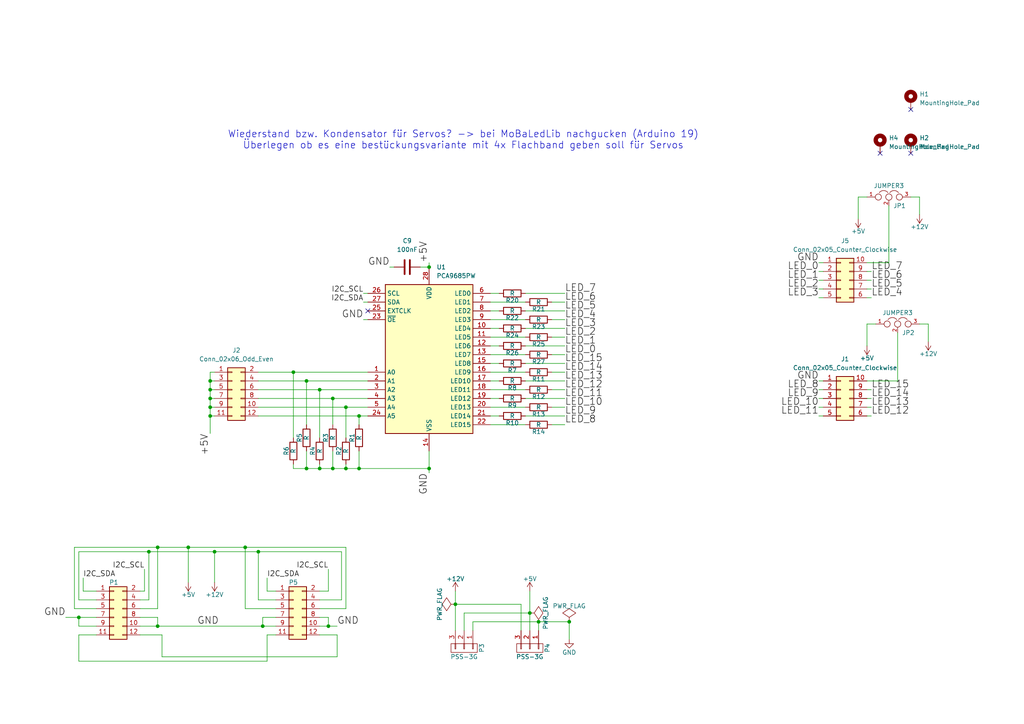
<source format=kicad_sch>
(kicad_sch (version 20250114) (generator "eeschema") (generator_version "9.0")
  (paper "A4")
  (title_block (title "µProzessor-ATMEGA8") (date "2019-03-04") (rev "1") (comment 2 "MoBaSbS-004") (comment 3 "µProzessor Board-ATMEGA8") (comment 4 "MoBaSbS"))
  (lib_symbols
    (symbol "Connector_Generic:Conn_02x05_Counter_Clockwise" (pin_names (offset 1.016) (hide yes))
      (property "Reference" "J" (at 1.27 7.62 0))
      (property "Value" "Conn_02x05_Counter_Clockwise" (at 1.27 -7.62 0))
      (symbol "Conn_02x05_Counter_Clockwise_1_1"
        (rectangle (start -1.27 6.35) (end 3.81 -6.35) (stroke (width 0.254)) (fill (type background)))
        (rectangle (start -1.27 5.207) (end 0 4.953) (stroke (width 0.1524)))
        (rectangle (start -1.27 2.667) (end 0 2.413) (stroke (width 0.1524)))
        (rectangle (start -1.27 0.127) (end 0 -0.127) (stroke (width 0.1524)))
        (rectangle (start -1.27 -2.413) (end 0 -2.667) (stroke (width 0.1524)))
        (rectangle (start -1.27 -4.953) (end 0 -5.207) (stroke (width 0.1524)))
        (rectangle (start 3.81 5.207) (end 2.54 4.953) (stroke (width 0.1524)))
        (rectangle (start 3.81 2.667) (end 2.54 2.413) (stroke (width 0.1524)))
        (rectangle (start 3.81 0.127) (end 2.54 -0.127) (stroke (width 0.1524)))
        (rectangle (start 3.81 -2.413) (end 2.54 -2.667) (stroke (width 0.1524)))
        (rectangle (start 3.81 -4.953) (end 2.54 -5.207) (stroke (width 0.1524)))
        (pin passive line (at -5.08 5.08 0) (length 3.81) (name "Pin_1") (number "1"))
        (pin passive line (at -5.08 2.54 0) (length 3.81) (name "Pin_2") (number "2"))
        (pin passive line (at -5.08 0 0) (length 3.81) (name "Pin_3") (number "3"))
        (pin passive line (at -5.08 -2.54 0) (length 3.81) (name "Pin_4") (number "4"))
        (pin passive line (at -5.08 -5.08 0) (length 3.81) (name "Pin_5") (number "5"))
        (pin passive line (at 7.62 5.08 180) (length 3.81) (name "Pin_10") (number "10"))
        (pin passive line (at 7.62 2.54 180) (length 3.81) (name "Pin_9") (number "9"))
        (pin passive line (at 7.62 0 180) (length 3.81) (name "Pin_8") (number "8"))
        (pin passive line (at 7.62 -2.54 180) (length 3.81) (name "Pin_7") (number "7"))
        (pin passive line (at 7.62 -5.08 180) (length 3.81) (name "Pin_6") (number "6"))
      )
    )
    (symbol "Connector_Generic:Conn_02x06_Odd_Even" (pin_names (offset 1.016) (hide yes))
      (property "Reference" "J" (at 1.27 7.62 0))
      (property "Value" "Conn_02x06_Odd_Even" (at 1.27 -10.16 0))
      (symbol "Conn_02x06_Odd_Even_1_1"
        (rectangle (start -1.27 6.35) (end 3.81 -8.89) (stroke (width 0.254)) (fill (type background)))
        (rectangle (start -1.27 5.207) (end 0 4.953) (stroke (width 0.1524)))
        (rectangle (start -1.27 2.667) (end 0 2.413) (stroke (width 0.1524)))
        (rectangle (start -1.27 0.127) (end 0 -0.127) (stroke (width 0.1524)))
        (rectangle (start -1.27 -2.413) (end 0 -2.667) (stroke (width 0.1524)))
        (rectangle (start -1.27 -4.953) (end 0 -5.207) (stroke (width 0.1524)))
        (rectangle (start -1.27 -7.493) (end 0 -7.747) (stroke (width 0.1524)))
        (rectangle (start 3.81 5.207) (end 2.54 4.953) (stroke (width 0.1524)))
        (rectangle (start 3.81 2.667) (end 2.54 2.413) (stroke (width 0.1524)))
        (rectangle (start 3.81 0.127) (end 2.54 -0.127) (stroke (width 0.1524)))
        (rectangle (start 3.81 -2.413) (end 2.54 -2.667) (stroke (width 0.1524)))
        (rectangle (start 3.81 -4.953) (end 2.54 -5.207) (stroke (width 0.1524)))
        (rectangle (start 3.81 -7.493) (end 2.54 -7.747) (stroke (width 0.1524)))
        (pin passive line (at -5.08 5.08 0) (length 3.81) (name "Pin_1") (number "1"))
        (pin passive line (at -5.08 2.54 0) (length 3.81) (name "Pin_3") (number "3"))
        (pin passive line (at -5.08 0 0) (length 3.81) (name "Pin_5") (number "5"))
        (pin passive line (at -5.08 -2.54 0) (length 3.81) (name "Pin_7") (number "7"))
        (pin passive line (at -5.08 -5.08 0) (length 3.81) (name "Pin_9") (number "9"))
        (pin passive line (at -5.08 -7.62 0) (length 3.81) (name "Pin_11") (number "11"))
        (pin passive line (at 7.62 5.08 180) (length 3.81) (name "Pin_2") (number "2"))
        (pin passive line (at 7.62 2.54 180) (length 3.81) (name "Pin_4") (number "4"))
        (pin passive line (at 7.62 0 180) (length 3.81) (name "Pin_6") (number "6"))
        (pin passive line (at 7.62 -2.54 180) (length 3.81) (name "Pin_8") (number "8"))
        (pin passive line (at 7.62 -5.08 180) (length 3.81) (name "Pin_10") (number "10"))
        (pin passive line (at 7.62 -7.62 180) (length 3.81) (name "Pin_12") (number "12"))
      )
    )
    (symbol "Device:C" (pin_numbers (hide yes)) (pin_names (offset 0.254))
      (property "Reference" "C" (at 0.635 2.54 0))
      (property "Value" "C" (at 0.635 -2.54 0))
      (symbol "C_0_1"
        (polyline (pts (xy -2.032 0.762) (xy 2.032 0.762)) (stroke (width 0.508)))
        (polyline (pts (xy -2.032 -0.762) (xy 2.032 -0.762)) (stroke (width 0.508)))
      )
      (symbol "C_1_1"
        (pin passive line (at 0 3.81 270) (length 2.794) (name "~") (number "1"))
        (pin passive line (at 0 -3.81 90) (length 2.794) (name "~") (number "2"))
      )
    )
    (symbol "Driver_LED:PCA9685PW"
      (property "Reference" "U" (at -12.7 22.225 0))
      (property "Value" "PCA9685PW" (at 1.27 22.225 0))
      (symbol "PCA9685PW_0_1"
        (rectangle (start -12.7 20.32) (end 12.7 -22.86) (stroke (width 0.254)) (fill (type background)))
      )
      (symbol "PCA9685PW_1_1"
        (pin input line (at -17.78 17.78 0) (length 5.08) (name "SCL") (number "26"))
        (pin bidirectional line (at -17.78 15.24 0) (length 5.08) (name "SDA") (number "27"))
        (pin input line (at -17.78 12.7 0) (length 5.08) (name "EXTCLK") (number "25"))
        (pin input line (at -17.78 10.16 0) (length 5.08) (name "~{OE}") (number "23"))
        (pin input line (at -17.78 -5.08 0) (length 5.08) (name "A0") (number "1"))
        (pin input line (at -17.78 -7.62 0) (length 5.08) (name "A1") (number "2"))
        (pin input line (at -17.78 -10.16 0) (length 5.08) (name "A2") (number "3"))
        (pin input line (at -17.78 -12.7 0) (length 5.08) (name "A3") (number "4"))
        (pin input line (at -17.78 -15.24 0) (length 5.08) (name "A4") (number "5"))
        (pin input line (at -17.78 -17.78 0) (length 5.08) (name "A5") (number "24"))
        (pin power_in line (at 0 25.4 270) (length 5.08) (name "VDD") (number "28"))
        (pin power_in line (at 0 -27.94 90) (length 5.08) (name "VSS") (number "14"))
        (pin output line (at 17.78 17.78 180) (length 5.08) (name "LED0") (number "6"))
        (pin output line (at 17.78 15.24 180) (length 5.08) (name "LED1") (number "7"))
        (pin output line (at 17.78 12.7 180) (length 5.08) (name "LED2") (number "8"))
        (pin output line (at 17.78 10.16 180) (length 5.08) (name "LED3") (number "9"))
        (pin output line (at 17.78 7.62 180) (length 5.08) (name "LED4") (number "10"))
        (pin output line (at 17.78 5.08 180) (length 5.08) (name "LED5") (number "11"))
        (pin output line (at 17.78 2.54 180) (length 5.08) (name "LED6") (number "12"))
        (pin output line (at 17.78 0 180) (length 5.08) (name "LED7") (number "13"))
        (pin output line (at 17.78 -2.54 180) (length 5.08) (name "LED8") (number "15"))
        (pin output line (at 17.78 -5.08 180) (length 5.08) (name "LED9") (number "16"))
        (pin output line (at 17.78 -7.62 180) (length 5.08) (name "LED10") (number "17"))
        (pin output line (at 17.78 -10.16 180) (length 5.08) (name "LED11") (number "18"))
        (pin output line (at 17.78 -12.7 180) (length 5.08) (name "LED12") (number "19"))
        (pin output line (at 17.78 -15.24 180) (length 5.08) (name "LED13") (number "20"))
        (pin output line (at 17.78 -17.78 180) (length 5.08) (name "LED14") (number "21"))
        (pin output line (at 17.78 -20.32 180) (length 5.08) (name "LED15") (number "22"))
      )
    )
    (symbol "Mechanical:MountingHole_Pad" (pin_numbers (hide yes)) (pin_names (offset 1.016) (hide yes))
      (property "Reference" "H" (at 0 6.35 0))
      (property "Value" "MountingHole_Pad" (at 0 4.445 0))
      (symbol "MountingHole_Pad_0_1"
        (circle (center 0 1.27) (radius 1.27) (stroke (width 1.27)))
      )
      (symbol "MountingHole_Pad_1_1"
        (pin input line (at 0 -2.54 90) (length 2.54) (name "1") (number "1"))
      )
    )
    (symbol "MoBaSbS-004-1-AtMega8-rescue:+12V" (power) (pin_names (offset 0))
      (property "Value" "+12V" (at 0 3.556 0))
      (symbol "+12V_0_1"
        (polyline (pts (xy -0.762 1.27) (xy 0 2.54)))
        (polyline (pts (xy 0 2.54) (xy 0.762 1.27)))
        (polyline (pts (xy 0 0) (xy 0 2.54)))
      )
      (symbol "+12V_1_1"
        (pin power_in line (at 0 0 90) (length 0) (hide yes) (name "+12V") (number "1"))
      )
    )
    (symbol "MoBaSbS-004-1-AtMega8-rescue:+5V" (power) (pin_names (offset 0))
      (property "Value" "+5V" (at 0 3.556 0))
      (symbol "+5V_0_1"
        (polyline (pts (xy -0.762 1.27) (xy 0 2.54)))
        (polyline (pts (xy 0 2.54) (xy 0.762 1.27)))
        (polyline (pts (xy 0 0) (xy 0 2.54)))
      )
      (symbol "+5V_1_1"
        (pin power_in line (at 0 0 90) (length 0) (hide yes) (name "+5V") (number "1"))
      )
    )
    (symbol "MoBaSbS-004-1-AtMega8-rescue:CONN_01X03" (pin_names (offset 1.016) (hide yes))
      (property "Reference" "P" (at 0 5.08 0))
      (property "Value" "CONN_01X03" (at 2.54 0 90))
      (symbol "CONN_01X03_0_1"
        (rectangle (start -1.27 3.81) (end 1.27 -3.81))
        (rectangle (start -1.27 2.667) (end 0.254 2.413))
        (rectangle (start -1.27 0.127) (end 0.254 -0.127))
        (rectangle (start -1.27 -2.413) (end 0.254 -2.667))
      )
      (symbol "CONN_01X03_1_1"
        (pin passive line (at -5.08 2.54 0) (length 3.81) (name "P1") (number "1"))
        (pin passive line (at -5.08 0 0) (length 3.81) (name "P2") (number "2"))
        (pin passive line (at -5.08 -2.54 0) (length 3.81) (name "P3") (number "3"))
      )
    )
    (symbol "MoBaSbS-004-1-AtMega8-rescue:GND" (power) (pin_names (offset 0))
      (property "Value" "GND" (at 0 -3.81 0))
      (symbol "GND_0_1"
        (polyline (pts (xy 0 0) (xy 0 -1.27) (xy 1.27 -1.27) (xy 0 -2.54) (xy -1.27 -1.27) (xy 0 -1.27)))
      )
      (symbol "GND_1_1"
        (pin power_in line (at 0 0 270) (length 0) (hide yes) (name "GND") (number "1"))
      )
    )
    (symbol "MoBaSbS-004-1-AtMega8-rescue:JUMPER3" (pin_names (offset 0.762) (hide yes))
      (property "Reference" "JP" (at 1.27 -2.54 0))
      (property "Value" "JUMPER3" (at 0 2.54 0))
      (symbol "JUMPER3_0_1"
        (circle (center -3.048 0) (radius 0.889))
        (arc (start -2.794 1.27) (mid -1.524 1.8804) (end -0.254 1.27))
        (circle (center 0 0) (radius 0.9144))
        (arc (start 0.254 1.27) (mid 1.524 1.8804) (end 2.794 1.27))
        (circle (center 3.048 0) (radius 0.889))
        (pin passive line (at -6.35 0 0) (length 2.413) (name "1") (number "1"))
        (pin passive line (at 0 -2.54 90) (length 1.524) (name "2") (number "2"))
        (pin passive line (at 6.35 0 180) (length 2.413) (name "3") (number "3"))
      )
    )
    (symbol "MoBaSbS-004-1-AtMega8-rescue:PWR_FLAG" (power) (pin_numbers (hide yes)) (pin_names (offset 0) (hide yes))
      (property "Value" "PWR_FLAG" (at 0 4.572 0))
      (symbol "PWR_FLAG_0_0"
        (pin power_out line (at 0 0 90) (length 0) (name "pwr") (number "1"))
      )
      (symbol "PWR_FLAG_0_1"
        (polyline (pts (xy 0 0) (xy 0 1.27) (xy -1.905 2.54) (xy 0 3.81) (xy 1.905 2.54) (xy 0 1.27)))
      )
    )
    (symbol "MoBaSbS-004-1-AtMega8-rescue:R" (pin_numbers (hide yes)) (pin_names (offset 0))
      (property "Reference" "R" (at 2.032 0 90))
      (property "Value" "R" (at 0 0 90))
      (symbol "R_0_1"
        (rectangle (start -1.016 -2.54) (end 1.016 2.54) (stroke (width 0.254)))
      )
      (symbol "R_1_1"
        (pin passive line (at 0 3.81 270) (length 1.27) (name "~") (number "1"))
        (pin passive line (at 0 -3.81 90) (length 1.27) (name "~") (number "2"))
      )
    )
  )
  (text "Wiederstand bzw. Kondensator für Servos? -> bei MoBaLedLib nachgucken (Arduino 19)\nÜberlegen ob es eine bestückungsvariante mit 4x Flachband geben soll für Servos" (at 134.366 40.64 0) (effects (font (size 2.0066 2.0066))))
  (junction (at 92.71 113.03))
  (junction (at 100.33 135.89))
  (junction (at 22.86 179.07))
  (junction (at 85.09 107.95))
  (junction (at 60.96 115.57))
  (junction (at 88.9 135.89))
  (junction (at 60.96 118.11))
  (junction (at 124.46 135.89))
  (junction (at 74.93 160.02))
  (junction (at 76.2 181.61))
  (junction (at 153.67 177.8))
  (junction (at 96.52 115.57))
  (junction (at 45.72 158.75))
  (junction (at 95.25 181.61))
  (junction (at 104.14 135.89))
  (junction (at 43.18 160.02))
  (junction (at 104.14 120.65))
  (junction (at 62.23 160.02))
  (junction (at 45.72 181.61))
  (junction (at 100.33 118.11))
  (junction (at 60.96 113.03))
  (junction (at 156.21 180.34))
  (junction (at 60.96 120.65))
  (junction (at 60.96 110.49))
  (junction (at 132.08 175.26))
  (junction (at 96.52 135.89))
  (junction (at 165.1 180.34))
  (junction (at 71.12 158.75))
  (junction (at 92.71 135.89))
  (junction (at 88.9 110.49))
  (junction (at 124.46 77.47))
  (junction (at 54.61 158.75))
  (no_connect (at 255.27 44.45))
  (no_connect (at 264.16 44.45))
  (no_connect (at 106.68 90.17))
  (no_connect (at 264.16 31.75))
  (wire (pts (xy 142.24 95.25) (xy 144.78 95.25)))
  (wire (pts (xy 142.24 107.95) (xy 152.4 107.95)))
  (wire (pts (xy 45.72 158.75) (xy 21.59 158.75)))
  (wire (pts (xy 160.02 102.87) (xy 163.83 102.87)))
  (wire (pts (xy 237.49 76.2) (xy 238.76 76.2)))
  (wire (pts (xy 22.86 179.07) (xy 27.94 179.07)))
  (wire (pts (xy 269.24 93.98) (xy 269.24 99.06)))
  (wire (pts (xy 251.46 115.57) (xy 252.73 115.57)))
  (wire (pts (xy 46.99 184.15) (xy 46.99 190.5)))
  (wire (pts (xy 92.71 184.15) (xy 97.79 184.15)))
  (wire (pts (xy 97.79 184.15) (xy 97.79 190.5)))
  (wire (pts (xy 88.9 110.49) (xy 88.9 123.19)))
  (wire (pts (xy 24.13 167.64) (xy 24.13 171.45)))
  (wire (pts (xy 160.02 97.79) (xy 163.83 97.79)))
  (wire (pts (xy 41.91 171.45) (xy 41.91 165.1)))
  (wire (pts (xy 100.33 135.89) (xy 104.14 135.89)))
  (wire (pts (xy 238.76 81.28) (xy 237.49 81.28)))
  (wire (pts (xy 74.93 110.49) (xy 88.9 110.49)))
  (wire (pts (xy 74.93 113.03) (xy 92.71 113.03)))
  (wire (pts (xy 160.02 113.03) (xy 163.83 113.03)))
  (wire (pts (xy 160.02 107.95) (xy 163.83 107.95)))
  (wire (pts (xy 80.01 176.53) (xy 71.12 176.53)))
  (wire (pts (xy 85.09 107.95) (xy 85.09 127)))
  (wire (pts (xy 251.46 83.82) (xy 252.73 83.82)))
  (wire (pts (xy 22.86 191.77) (xy 77.47 191.77)))
  (wire (pts (xy 132.08 175.26) (xy 132.08 182.88)))
  (wire (pts (xy 96.52 115.57) (xy 96.52 123.19)))
  (wire (pts (xy 71.12 158.75) (xy 100.33 158.75)))
  (wire (pts (xy 264.16 57.15) (xy 266.7 57.15)))
  (wire (pts (xy 160.02 87.63) (xy 163.83 87.63)))
  (wire (pts (xy 106.68 115.57) (xy 96.52 115.57)))
  (wire (pts (xy 60.96 110.49) (xy 60.96 107.95)))
  (wire (pts (xy 60.96 118.11) (xy 62.23 118.11)))
  (wire (pts (xy 40.64 181.61) (xy 45.72 181.61)))
  (wire (pts (xy 251.46 113.03) (xy 252.73 113.03)))
  (wire (pts (xy 60.96 125.73) (xy 60.96 120.65)))
  (wire (pts (xy 92.71 179.07) (xy 95.25 179.07)))
  (wire (pts (xy 40.64 171.45) (xy 41.91 171.45)))
  (wire (pts (xy 62.23 160.02) (xy 62.23 168.91)))
  (wire (pts (xy 251.46 118.11) (xy 252.73 118.11)))
  (wire (pts (xy 153.67 171.45) (xy 153.67 177.8)))
  (wire (pts (xy 92.71 134.62) (xy 92.71 135.89)))
  (wire (pts (xy 104.14 135.89) (xy 124.46 135.89)))
  (wire (pts (xy 54.61 158.75) (xy 45.72 158.75)))
  (wire (pts (xy 92.71 113.03) (xy 92.71 127)))
  (wire (pts (xy 105.41 92.71) (xy 106.68 92.71)))
  (wire (pts (xy 104.14 120.65) (xy 104.14 123.19)))
  (wire (pts (xy 137.16 180.34) (xy 156.21 180.34)))
  (wire (pts (xy 151.13 182.88) (xy 151.13 175.26)))
  (wire (pts (xy 251.46 86.36) (xy 252.73 86.36)))
  (wire (pts (xy 43.18 160.02) (xy 62.23 160.02)))
  (wire (pts (xy 45.72 181.61) (xy 76.2 181.61)))
  (wire (pts (xy 251.46 78.74) (xy 252.73 78.74)))
  (wire (pts (xy 95.25 165.1) (xy 95.25 171.45)))
  (wire (pts (xy 60.96 110.49) (xy 62.23 110.49)))
  (wire (pts (xy 160.02 118.11) (xy 163.83 118.11)))
  (wire (pts (xy 100.33 134.62) (xy 100.33 135.89)))
  (wire (pts (xy 106.68 107.95) (xy 85.09 107.95)))
  (wire (pts (xy 237.49 120.65) (xy 238.76 120.65)))
  (wire (pts (xy 71.12 158.75) (xy 54.61 158.75)))
  (wire (pts (xy 134.62 177.8) (xy 134.62 182.88)))
  (wire (pts (xy 104.14 130.81) (xy 104.14 135.89)))
  (wire (pts (xy 152.4 120.65) (xy 163.83 120.65)))
  (wire (pts (xy 21.59 158.75) (xy 21.59 176.53)))
  (wire (pts (xy 96.52 135.89) (xy 100.33 135.89)))
  (wire (pts (xy 160.02 123.19) (xy 163.83 123.19)))
  (wire (pts (xy 80.01 179.07) (xy 76.2 179.07)))
  (wire (pts (xy 22.86 179.07) (xy 22.86 181.61)))
  (wire (pts (xy 142.24 115.57) (xy 144.78 115.57)))
  (wire (pts (xy 99.06 160.02) (xy 99.06 173.99)))
  (wire (pts (xy 153.67 177.8) (xy 134.62 177.8)))
  (wire (pts (xy 257.81 59.69) (xy 257.81 76.2)))
  (wire (pts (xy 113.03 77.47) (xy 114.3 77.47)))
  (wire (pts (xy 21.59 176.53) (xy 27.94 176.53)))
  (wire (pts (xy 45.72 158.75) (xy 45.72 176.53)))
  (wire (pts (xy 266.7 57.15) (xy 266.7 62.23)))
  (wire (pts (xy 43.18 160.02) (xy 43.18 173.99)))
  (wire (pts (xy 152.4 85.09) (xy 163.83 85.09)))
  (wire (pts (xy 237.49 115.57) (xy 238.76 115.57)))
  (wire (pts (xy 45.72 179.07) (xy 40.64 179.07)))
  (wire (pts (xy 142.24 123.19) (xy 152.4 123.19)))
  (wire (pts (xy 22.86 173.99) (xy 27.94 173.99)))
  (wire (pts (xy 95.25 179.07) (xy 95.25 181.61)))
  (wire (pts (xy 85.09 134.62) (xy 85.09 135.89)))
  (wire (pts (xy 237.49 113.03) (xy 238.76 113.03)))
  (wire (pts (xy 22.86 160.02) (xy 43.18 160.02)))
  (wire (pts (xy 152.4 115.57) (xy 163.83 115.57)))
  (wire (pts (xy 156.21 182.88) (xy 156.21 180.34)))
  (wire (pts (xy 43.18 173.99) (xy 40.64 173.99)))
  (wire (pts (xy 71.12 158.75) (xy 71.12 176.53)))
  (wire (pts (xy 99.06 173.99) (xy 92.71 173.99)))
  (wire (pts (xy 105.41 85.09) (xy 106.68 85.09)))
  (wire (pts (xy 100.33 176.53) (xy 100.33 158.75)))
  (wire (pts (xy 237.49 83.82) (xy 238.76 83.82)))
  (wire (pts (xy 92.71 176.53) (xy 100.33 176.53)))
  (wire (pts (xy 106.68 120.65) (xy 104.14 120.65)))
  (wire (pts (xy 40.64 184.15) (xy 46.99 184.15)))
  (wire (pts (xy 142.24 85.09) (xy 144.78 85.09)))
  (wire (pts (xy 54.61 168.91) (xy 54.61 158.75)))
  (wire (pts (xy 106.68 118.11) (xy 100.33 118.11)))
  (wire (pts (xy 22.86 184.15) (xy 22.86 191.77)))
  (wire (pts (xy 142.24 97.79) (xy 152.4 97.79)))
  (wire (pts (xy 80.01 184.15) (xy 77.47 184.15)))
  (wire (pts (xy 27.94 184.15) (xy 22.86 184.15)))
  (wire (pts (xy 142.24 105.41) (xy 144.78 105.41)))
  (wire (pts (xy 137.16 182.88) (xy 137.16 180.34)))
  (wire (pts (xy 237.49 86.36) (xy 238.76 86.36)))
  (wire (pts (xy 251.46 120.65) (xy 252.73 120.65)))
  (wire (pts (xy 46.99 190.5) (xy 97.79 190.5)))
  (wire (pts (xy 124.46 130.81) (xy 124.46 135.89)))
  (wire (pts (xy 95.25 181.61) (xy 92.71 181.61)))
  (wire (pts (xy 77.47 167.64) (xy 77.47 171.45)))
  (wire (pts (xy 22.86 181.61) (xy 27.94 181.61)))
  (wire (pts (xy 142.24 113.03) (xy 152.4 113.03)))
  (wire (pts (xy 62.23 160.02) (xy 74.93 160.02)))
  (wire (pts (xy 60.96 120.65) (xy 62.23 120.65)))
  (wire (pts (xy 19.05 179.07) (xy 22.86 179.07)))
  (wire (pts (xy 24.13 171.45) (xy 27.94 171.45)))
  (wire (pts (xy 142.24 102.87) (xy 152.4 102.87)))
  (wire (pts (xy 153.67 177.8) (xy 153.67 182.88)))
  (wire (pts (xy 142.24 120.65) (xy 144.78 120.65)))
  (wire (pts (xy 60.96 113.03) (xy 62.23 113.03)))
  (wire (pts (xy 74.93 160.02) (xy 74.93 173.99)))
  (wire (pts (xy 92.71 135.89) (xy 96.52 135.89)))
  (wire (pts (xy 60.96 115.57) (xy 60.96 113.03)))
  (wire (pts (xy 251.46 93.98) (xy 251.46 100.33)))
  (wire (pts (xy 22.86 173.99) (xy 22.86 160.02)))
  (wire (pts (xy 76.2 181.61) (xy 80.01 181.61)))
  (wire (pts (xy 237.49 78.74) (xy 238.76 78.74)))
  (wire (pts (xy 142.24 92.71) (xy 152.4 92.71)))
  (wire (pts (xy 105.41 87.63) (xy 106.68 87.63)))
  (wire (pts (xy 260.35 96.52) (xy 260.35 110.49)))
  (wire (pts (xy 60.96 120.65) (xy 60.96 118.11)))
  (wire (pts (xy 106.68 113.03) (xy 92.71 113.03)))
  (wire (pts (xy 251.46 57.15) (xy 248.92 57.15)))
  (wire (pts (xy 260.35 110.49) (xy 251.46 110.49)))
  (wire (pts (xy 74.93 118.11) (xy 100.33 118.11)))
  (wire (pts (xy 142.24 100.33) (xy 144.78 100.33)))
  (wire (pts (xy 74.93 107.95) (xy 85.09 107.95)))
  (wire (pts (xy 160.02 92.71) (xy 163.83 92.71)))
  (wire (pts (xy 77.47 184.15) (xy 77.47 191.77)))
  (wire (pts (xy 74.93 160.02) (xy 99.06 160.02)))
  (wire (pts (xy 152.4 110.49) (xy 163.83 110.49)))
  (wire (pts (xy 248.92 57.15) (xy 248.92 63.5)))
  (wire (pts (xy 266.7 93.98) (xy 269.24 93.98)))
  (wire (pts (xy 151.13 175.26) (xy 132.08 175.26)))
  (wire (pts (xy 85.09 135.89) (xy 88.9 135.89)))
  (wire (pts (xy 124.46 76.2) (xy 124.46 77.47)))
  (wire (pts (xy 95.25 181.61) (xy 97.79 181.61)))
  (wire (pts (xy 237.49 110.49) (xy 238.76 110.49)))
  (wire (pts (xy 142.24 90.17) (xy 144.78 90.17)))
  (wire (pts (xy 132.08 171.45) (xy 132.08 175.26)))
  (wire (pts (xy 142.24 110.49) (xy 144.78 110.49)))
  (wire (pts (xy 124.46 135.89) (xy 124.46 137.16)))
  (wire (pts (xy 142.24 87.63) (xy 152.4 87.63)))
  (wire (pts (xy 88.9 130.81) (xy 88.9 135.89)))
  (wire (pts (xy 152.4 90.17) (xy 163.83 90.17)))
  (wire (pts (xy 76.2 179.07) (xy 76.2 181.61)))
  (wire (pts (xy 74.93 115.57) (xy 96.52 115.57)))
  (wire (pts (xy 60.96 118.11) (xy 60.96 115.57)))
  (wire (pts (xy 96.52 130.81) (xy 96.52 135.89)))
  (wire (pts (xy 95.25 171.45) (xy 92.71 171.45)))
  (wire (pts (xy 60.96 107.95) (xy 62.23 107.95)))
  (wire (pts (xy 121.92 77.47) (xy 124.46 77.47)))
  (wire (pts (xy 254 93.98) (xy 251.46 93.98)))
  (wire (pts (xy 74.93 120.65) (xy 104.14 120.65)))
  (wire (pts (xy 257.81 76.2) (xy 251.46 76.2)))
  (wire (pts (xy 88.9 135.89) (xy 92.71 135.89)))
  (wire (pts (xy 165.1 180.34) (xy 165.1 185.42)))
  (wire (pts (xy 251.46 81.28) (xy 252.73 81.28)))
  (wire (pts (xy 45.72 176.53) (xy 40.64 176.53)))
  (wire (pts (xy 152.4 95.25) (xy 163.83 95.25)))
  (wire (pts (xy 106.68 110.49) (xy 88.9 110.49)))
  (wire (pts (xy 80.01 173.99) (xy 74.93 173.99)))
  (wire (pts (xy 60.96 113.03) (xy 60.96 110.49)))
  (wire (pts (xy 152.4 105.41) (xy 163.83 105.41)))
  (wire (pts (xy 60.96 115.57) (xy 62.23 115.57)))
  (wire (pts (xy 142.24 118.11) (xy 152.4 118.11)))
  (wire (pts (xy 152.4 100.33) (xy 163.83 100.33)))
  (wire (pts (xy 77.47 171.45) (xy 80.01 171.45)))
  (wire (pts (xy 237.49 118.11) (xy 238.76 118.11)))
  (wire (pts (xy 100.33 118.11) (xy 100.33 127)))
  (wire (pts (xy 45.72 181.61) (xy 45.72 179.07)))
  (wire (pts (xy 156.21 180.34) (xy 165.1 180.34)))
  (label "LED_9" (at 237.49 115.57 180) (effects (font (size 2.0066 2.0066))))
  (label "LED_4" (at 252.73 86.36 0) (effects (font (size 2.0066 2.0066))))
  (label "LED_8" (at 163.83 123.19 0) (effects (font (size 2.0066 2.0066))))
  (label "LED_9" (at 163.83 120.65 0) (effects (font (size 2.0066 2.0066))))
  (label "I2C_SDA" (at 105.41 87.63 180) (effects (font (size 1.524 1.524))))
  (label "GND" (at 63.5 181.61 180) (effects (font (size 2.0066 2.0066))))
  (label "LED_14" (at 252.73 115.57 0) (effects (font (size 2.0066 2.0066))))
  (label "LED_6" (at 163.83 87.63 0) (effects (font (size 2.0066 2.0066))))
  (label "LED_15" (at 163.83 105.41 0) (effects (font (size 2.0066 2.0066))))
  (label "LED_1" (at 163.83 100.33 0) (effects (font (size 2.0066 2.0066))))
  (label "LED_12" (at 252.73 120.65 0) (effects (font (size 2.0066 2.0066))))
  (label "LED_3" (at 163.83 95.25 0) (effects (font (size 2.0066 2.0066))))
  (label "LED_15" (at 252.73 113.03 0) (effects (font (size 2.0066 2.0066))))
  (label "GND" (at 97.79 181.61 0) (effects (font (size 2.0066 2.0066))))
  (label "GND" (at 237.49 76.2 180) (effects (font (size 2.0066 2.0066))))
  (label "GND" (at 124.46 137.16 270) (effects (font (size 2.0066 2.0066))))
  (label "I2C_SCL" (at 41.91 165.1 180) (effects (font (size 1.524 1.524))))
  (label "LED_13" (at 163.83 110.49 0) (effects (font (size 2.0066 2.0066))))
  (label "LED_12" (at 163.83 113.03 0) (effects (font (size 2.0066 2.0066))))
  (label "LED_6" (at 252.73 81.28 0) (effects (font (size 2.0066 2.0066))))
  (label "LED_5" (at 163.83 90.17 0) (effects (font (size 2.0066 2.0066))))
  (label "LED_7" (at 252.73 78.74 0) (effects (font (size 2.0066 2.0066))))
  (label "LED_7" (at 163.83 85.09 0) (effects (font (size 2.0066 2.0066))))
  (label "GND" (at 105.41 92.71 180) (effects (font (size 2.0066 2.0066))))
  (label "LED_10" (at 237.49 118.11 180) (effects (font (size 2.0066 2.0066))))
  (label "GND" (at 237.49 110.49 180) (effects (font (size 2.0066 2.0066))))
  (label "I2C_SCL" (at 95.25 165.1 180) (effects (font (size 1.524 1.524))))
  (label "+5V" (at 60.96 125.73 270) (effects (font (size 2.0066 2.0066))))
  (label "LED_13" (at 252.73 118.11 0) (effects (font (size 2.0066 2.0066))))
  (label "+5V" (at 124.46 76.2 90) (effects (font (size 2.0066 2.0066))))
  (label "I2C_SDA" (at 77.47 167.64 0) (effects (font (size 1.524 1.524))))
  (label "LED_0" (at 237.49 78.74 180) (effects (font (size 2.0066 2.0066))))
  (label "LED_2" (at 237.49 83.82 180) (effects (font (size 2.0066 2.0066))))
  (label "GND" (at 19.05 179.07 180) (effects (font (size 2.0066 2.0066))))
  (label "LED_11" (at 163.83 115.57 0) (effects (font (size 2.0066 2.0066))))
  (label "LED_2" (at 163.83 97.79 0) (effects (font (size 2.0066 2.0066))))
  (label "LED_5" (at 252.73 83.82 0) (effects (font (size 2.0066 2.0066))))
  (label "LED_8" (at 237.49 113.03 180) (effects (font (size 2.0066 2.0066))))
  (label "LED_4" (at 163.83 92.71 0) (effects (font (size 2.0066 2.0066))))
  (label "LED_10" (at 163.83 118.11 0) (effects (font (size 2.0066 2.0066))))
  (label "GND" (at 113.03 77.47 180) (effects (font (size 2.0066 2.0066))))
  (label "LED_3" (at 237.49 86.36 180) (effects (font (size 2.0066 2.0066))))
  (label "I2C_SCL" (at 105.41 85.09 180) (effects (font (size 1.524 1.524))))
  (label "I2C_SDA" (at 24.13 167.64 0) (effects (font (size 1.524 1.524))))
  (label "LED_11" (at 237.49 120.65 180) (effects (font (size 2.0066 2.0066))))
  (label "LED_14" (at 163.83 107.95 0) (effects (font (size 2.0066 2.0066))))
  (label "LED_0" (at 163.83 102.87 0) (effects (font (size 2.0066 2.0066))))
  (label "LED_1" (at 237.49 81.28 180) (effects (font (size 2.0066 2.0066))))
  (symbol (lib_id "MoBaSbS-004-1-AtMega8-rescue:R") (at 148.59 85.09 270) (unit 1)
    (property "Reference" "R20" (at 148.59 87.122 90))
    (property "Value" "R" (at 148.59 85.09 90))
    (property "Footprint" "Resistor_SMD:R_1206_3216Metric_Pad1.30x1.75mm_HandSolder" (effects (hide yes)))
  )
  (symbol (lib_id "MoBaSbS-004-1-AtMega8-rescue:R") (at 156.21 87.63 270) (unit 1)
    (property "Reference" "R21" (at 156.21 89.662 90))
    (property "Value" "R" (at 156.21 87.63 90))
    (property "Footprint" "Resistor_SMD:R_1206_3216Metric_Pad1.30x1.75mm_HandSolder" (effects (hide yes)))
  )
  (symbol (lib_id "MoBaSbS-004-1-AtMega8-rescue:R") (at 148.59 90.17 270) (unit 1)
    (property "Reference" "R22" (at 148.59 92.202 90))
    (property "Value" "R" (at 148.59 90.17 90))
    (property "Footprint" "Resistor_SMD:R_1206_3216Metric_Pad1.30x1.75mm_HandSolder" (effects (hide yes)))
  )
  (symbol (lib_id "MoBaSbS-004-1-AtMega8-rescue:+5V") (at 54.61 168.91 0) (mirror x) (unit 1)
    (property "Reference" "#PWR014" (effects (hide yes)))
    (property "Value" "+5V" (at 54.61 172.466 0))
  )
  (symbol (lib_id "MoBaSbS-004-1-AtMega8-rescue:+12V") (at 62.23 168.91 0) (mirror x) (unit 1)
    (property "Reference" "#PWR015" (effects (hide yes)))
    (property "Value" "+12V" (at 62.23 172.466 0))
  )
  (symbol (lib_id "MoBaSbS-004-1-AtMega8-rescue:R") (at 156.21 92.71 270) (unit 1)
    (property "Reference" "R23" (at 156.21 94.742 90))
    (property "Value" "R" (at 156.21 92.71 90))
    (property "Footprint" "Resistor_SMD:R_1206_3216Metric_Pad1.30x1.75mm_HandSolder" (effects (hide yes)))
  )
  (symbol (lib_id "MoBaSbS-004-1-AtMega8-rescue:R") (at 148.59 95.25 270) (unit 1)
    (property "Reference" "R24" (at 148.59 97.282 90))
    (property "Value" "R" (at 148.59 95.25 90))
    (property "Footprint" "Resistor_SMD:R_1206_3216Metric_Pad1.30x1.75mm_HandSolder" (effects (hide yes)))
  )
  (symbol (lib_id "MoBaSbS-004-1-AtMega8-rescue:R") (at 156.21 97.79 270) (unit 1)
    (property "Reference" "R25" (at 156.21 99.822 90))
    (property "Value" "R" (at 156.21 97.79 90))
    (property "Footprint" "Resistor_SMD:R_1206_3216Metric_Pad1.30x1.75mm_HandSolder" (effects (hide yes)))
  )
  (symbol (lib_id "MoBaSbS-004-1-AtMega8-rescue:R") (at 148.59 100.33 270) (unit 1)
    (property "Reference" "R26" (at 148.59 102.362 90))
    (property "Value" "R" (at 148.59 100.33 90))
    (property "Footprint" "Resistor_SMD:R_1206_3216Metric_Pad1.30x1.75mm_HandSolder" (effects (hide yes)))
  )
  (symbol (lib_id "MoBaSbS-004-1-AtMega8-rescue:R") (at 156.21 102.87 270) (unit 1)
    (property "Reference" "R27" (at 156.21 104.902 90))
    (property "Value" "R" (at 156.21 102.87 90))
    (property "Footprint" "Resistor_SMD:R_1206_3216Metric_Pad1.30x1.75mm_HandSolder" (effects (hide yes)))
  )
  (symbol (lib_id "MoBaSbS-004-1-AtMega8-rescue:JUMPER3") (at 257.81 57.15 0) (unit 1)
    (property "Reference" "JP1" (at 259.08 59.69 0) (effects (justify left)))
    (property "Value" "JUMPER3" (at 257.81 54.61 0) (effects (justify bottom)))
    (property "Footprint" "Pin_Headers:Pin_Header_Straight_1x03" (effects (hide yes)))
  )
  (symbol (lib_id "MoBaSbS-004-1-AtMega8-rescue:+12V") (at 266.7 62.23 180) (unit 1)
    (property "Reference" "#PWR022" (effects (hide yes)))
    (property "Value" "+12V" (at 266.7 65.786 0))
  )
  (symbol (lib_id "MoBaSbS-004-1-AtMega8-rescue:+5V") (at 248.92 63.5 180) (unit 1)
    (property "Reference" "#PWR023" (effects (hide yes)))
    (property "Value" "+5V" (at 248.92 67.056 0))
  )
  (symbol (lib_id "MoBaSbS-004-1-AtMega8-rescue:CONN_01X03") (at 134.62 187.96 270) (unit 1)
    (property "Reference" "P3" (at 139.7 187.96 0))
    (property "Value" "PSS-3G" (at 134.62 190.5 90))
    (property "Footprint" "StefanFootPin:PSS254-3G" (effects (hide yes)))
  )
  (symbol (lib_id "MoBaSbS-004-1-AtMega8-rescue:CONN_01X03") (at 153.67 187.96 270) (unit 1)
    (property "Reference" "P4" (at 158.75 187.96 0))
    (property "Value" "PSS-3G" (at 153.67 190.5 90))
    (property "Footprint" "StefanFootPin:PSS254-3G" (effects (hide yes)))
  )
  (symbol (lib_id "MoBaSbS-004-1-AtMega8-rescue:+5V") (at 153.67 171.45 0) (unit 1)
    (property "Reference" "#PWR025" (effects (hide yes)))
    (property "Value" "+5V" (at 153.67 167.894 0))
  )
  (symbol (lib_id "MoBaSbS-004-1-AtMega8-rescue:+12V") (at 132.08 171.45 0) (unit 1)
    (property "Reference" "#PWR026" (effects (hide yes)))
    (property "Value" "+12V" (at 132.08 167.894 0))
  )
  (symbol (lib_id "MoBaSbS-004-1-AtMega8-rescue:GND") (at 165.1 185.42 0) (unit 1)
    (property "Reference" "#PWR027" (effects (hide yes)))
    (property "Value" "GND" (at 165.1 189.23 0))
  )
  (symbol (lib_id "MoBaSbS-004-1-AtMega8-rescue:PWR_FLAG") (at 132.08 175.26 90) (unit 1)
    (property "Reference" "#FLG028" (effects (hide yes)))
    (property "Value" "PWR_FLAG" (at 127.508 175.26 0))
  )
  (symbol (lib_id "MoBaSbS-004-1-AtMega8-rescue:PWR_FLAG") (at 153.67 177.8 270) (unit 1)
    (property "Reference" "#FLG029" (effects (hide yes)))
    (property "Value" "PWR_FLAG" (at 158.242 177.8 0))
  )
  (symbol (lib_id "MoBaSbS-004-1-AtMega8-rescue:PWR_FLAG") (at 165.1 180.34 0) (unit 1)
    (property "Reference" "#FLG030" (effects (hide yes)))
    (property "Value" "PWR_FLAG" (at 165.1 175.768 0))
  )
  (symbol (lib_id "MoBaSbS-004-1-AtMega8-rescue:R") (at 156.21 123.19 270) (unit 1)
    (property "Reference" "R14" (at 156.21 125.222 90))
    (property "Value" "R" (at 156.21 123.19 90))
    (property "Footprint" "Resistor_SMD:R_1206_3216Metric_Pad1.30x1.75mm_HandSolder" (effects (hide yes)))
  )
  (symbol (lib_id "Connector_Generic:Conn_02x06_Odd_Even") (at 33.02 176.53 0) (unit 1)
    (property "Reference" "P1" (at 33.02 168.91 0))
    (property "Value" "2x5_Buchse" (effects (hide yes)))
    (property "Footprint" "Connector_PinSocket_2.54mm:PinSocket_2x06_P2.54mm_Horizontal" (effects (hide yes)))
    (property "Description" "Generic connector, double row, 02x06, odd/even pin numbering scheme (row 1 odd numbers, row 2 even numbers), script generated (kicad-library-utils/schlib/autogen/connector/)" (effects (hide yes)))
  )
  (symbol (lib_id "Connector_Generic:Conn_02x05_Counter_Clockwise") (at 243.84 115.57 0) (unit 1)
    (property "Reference" "J1" (at 245.11 104.14 0))
    (property "Value" "Conn_02x05_Counter_Clockwise" (at 245.11 106.68 0))
    (property "Footprint" "Connector_IDC:IDC-Header_2x05_P2.54mm_Vertical" (effects (hide yes)))
    (property "Description" "Generic connector, double row, 02x05, counter clockwise pin numbering scheme (similar to DIP package numbering), script generated (kicad-library-utils/schlib/autogen/connector/)" (effects (hide yes)))
  )
  (symbol (lib_id "MoBaSbS-004-1-AtMega8-rescue:R") (at 156.21 113.03 270) (unit 1)
    (property "Reference" "R12" (at 156.21 115.062 90))
    (property "Value" "R" (at 156.21 113.03 90))
    (property "Footprint" "Resistor_SMD:R_1206_3216Metric_Pad1.30x1.75mm_HandSolder" (effects (hide yes)))
  )
  (symbol (lib_id "MoBaSbS-004-1-AtMega8-rescue:R") (at 156.21 118.11 270) (unit 1)
    (property "Reference" "R13" (at 156.21 120.142 90))
    (property "Value" "R" (at 156.21 118.11 90))
    (property "Footprint" "Resistor_SMD:R_1206_3216Metric_Pad1.30x1.75mm_HandSolder" (effects (hide yes)))
  )
  (symbol (lib_id "MoBaSbS-004-1-AtMega8-rescue:+12V") (at 269.24 99.06 180) (unit 1)
    (property "Reference" "#PWR01" (effects (hide yes)))
    (property "Value" "+12V" (at 269.24 102.616 0))
  )
  (symbol (lib_id "Connector_Generic:Conn_02x05_Counter_Clockwise") (at 243.84 81.28 0) (unit 1)
    (property "Reference" "J5" (at 245.11 69.85 0))
    (property "Value" "Conn_02x05_Counter_Clockwise" (at 245.11 72.39 0))
    (property "Footprint" "Connector_IDC:IDC-Header_2x05_P2.54mm_Vertical" (effects (hide yes)))
    (property "Description" "Generic connector, double row, 02x05, counter clockwise pin numbering scheme (similar to DIP package numbering), script generated (kicad-library-utils/schlib/autogen/connector/)" (effects (hide yes)))
  )
  (symbol (lib_id "MoBaSbS-004-1-AtMega8-rescue:R") (at 104.14 127 180) (unit 1)
    (property "Reference" "R1" (at 102.108 127 90))
    (property "Value" "R" (at 104.14 127 90))
    (property "Footprint" "Resistor_SMD:R_0603_1608Metric_Pad0.98x0.95mm_HandSolder" (effects (hide yes)))
  )
  (symbol (lib_id "MoBaSbS-004-1-AtMega8-rescue:R") (at 96.52 127 180) (unit 1)
    (property "Reference" "R3" (at 94.488 127 90))
    (property "Value" "R" (at 96.52 127 90))
    (property "Footprint" "Resistor_SMD:R_0603_1608Metric_Pad0.98x0.95mm_HandSolder" (effects (hide yes)))
  )
  (symbol (lib_id "Mechanical:MountingHole_Pad") (at 255.27 41.91 0) (unit 1)
    (property "Reference" "H4" (at 257.81 40.005 0) (effects (justify left)))
    (property "Value" "MountingHole_Pad" (at 257.81 42.545 0) (effects (justify left)))
    (property "Footprint" "MountingHole:MountingHole_2.7mm_M2.5_DIN965_Pad" (effects (hide yes)))
  )
  (symbol (lib_id "MoBaSbS-004-1-AtMega8-rescue:R") (at 85.09 130.81 180) (unit 1)
    (property "Reference" "R6" (at 83.058 130.81 90))
    (property "Value" "R" (at 85.09 130.81 90))
    (property "Footprint" "Resistor_SMD:R_0603_1608Metric_Pad0.98x0.95mm_HandSolder" (effects (hide yes)))
  )
  (symbol (lib_id "MoBaSbS-004-1-AtMega8-rescue:R") (at 148.59 110.49 270) (unit 1)
    (property "Reference" "R8" (at 148.59 112.522 90))
    (property "Value" "R" (at 148.59 110.49 90))
    (property "Footprint" "Resistor_SMD:R_1206_3216Metric_Pad1.30x1.75mm_HandSolder" (effects (hide yes)))
  )
  (symbol (lib_id "Connector_Generic:Conn_02x06_Odd_Even") (at 85.09 176.53 0) (unit 1)
    (property "Reference" "P5" (at 85.09 168.91 0))
    (property "Value" "2x5_Buchse" (effects (hide yes)))
    (property "Footprint" "Connector_PinHeader_2.54mm:PinHeader_2x06_P2.54mm_Horizontal" (effects (hide yes)))
    (property "Description" "Generic connector, double row, 02x06, odd/even pin numbering scheme (row 1 odd numbers, row 2 even numbers), script generated (kicad-library-utils/schlib/autogen/connector/)" (effects (hide yes)))
  )
  (symbol (lib_id "MoBaSbS-004-1-AtMega8-rescue:R") (at 100.33 130.81 180) (unit 1)
    (property "Reference" "R2" (at 98.298 130.81 90))
    (property "Value" "R" (at 100.33 130.81 90))
    (property "Footprint" "Resistor_SMD:R_0603_1608Metric_Pad0.98x0.95mm_HandSolder" (effects (hide yes)))
  )
  (symbol (lib_id "Connector_Generic:Conn_02x06_Odd_Even") (at 67.31 113.03 0) (unit 1)
    (property "Reference" "J2" (at 68.58 101.6 0))
    (property "Value" "Conn_02x06_Odd_Even" (at 68.58 104.14 0))
    (property "Footprint" "Connector_PinHeader_2.54mm:PinHeader_2x06_P2.54mm_Vertical" (effects (hide yes)))
    (property "Description" "Generic connector, double row, 02x06, odd/even pin numbering scheme (row 1 odd numbers, row 2 even numbers), script generated (kicad-library-utils/schlib/autogen/connector/)" (effects (hide yes)))
  )
  (symbol (lib_id "MoBaSbS-004-1-AtMega8-rescue:JUMPER3") (at 260.35 93.98 0) (unit 1)
    (property "Reference" "JP2" (at 261.62 96.52 0) (effects (justify left)))
    (property "Value" "JUMPER3" (at 260.35 91.44 0) (effects (justify bottom)))
    (property "Footprint" "Pin_Headers:Pin_Header_Straight_1x03" (effects (hide yes)))
  )
  (symbol (lib_id "MoBaSbS-004-1-AtMega8-rescue:R") (at 148.59 120.65 270) (unit 1)
    (property "Reference" "R10" (at 148.59 122.682 90))
    (property "Value" "R" (at 148.59 120.65 90))
    (property "Footprint" "Resistor_SMD:R_1206_3216Metric_Pad1.30x1.75mm_HandSolder" (effects (hide yes)))
  )
  (symbol (lib_id "MoBaSbS-004-1-AtMega8-rescue:R") (at 92.71 130.81 180) (unit 1)
    (property "Reference" "R4" (at 90.678 130.81 90))
    (property "Value" "R" (at 92.71 130.81 90))
    (property "Footprint" "Resistor_SMD:R_0603_1608Metric_Pad0.98x0.95mm_HandSolder" (effects (hide yes)))
  )
  (symbol (lib_id "Device:C") (at 118.11 77.47 90) (unit 1)
    (property "Reference" "C9" (at 118.11 69.85 90))
    (property "Value" "100nF" (at 118.11 72.39 90))
    (property "Footprint" "Capacitor_SMD:C_0603_1608Metric" (effects (hide yes)))
  )
  (symbol (lib_id "MoBaSbS-004-1-AtMega8-rescue:+5V") (at 251.46 100.33 180) (unit 1)
    (property "Reference" "#PWR02" (effects (hide yes)))
    (property "Value" "+5V" (at 251.46 103.886 0))
  )
  (symbol (lib_id "MoBaSbS-004-1-AtMega8-rescue:R") (at 156.21 107.95 270) (unit 1)
    (property "Reference" "R11" (at 156.21 109.982 90))
    (property "Value" "R" (at 156.21 107.95 90))
    (property "Footprint" "Resistor_SMD:R_1206_3216Metric_Pad1.30x1.75mm_HandSolder" (effects (hide yes)))
  )
  (symbol (lib_id "MoBaSbS-004-1-AtMega8-rescue:R") (at 148.59 115.57 270) (unit 1)
    (property "Reference" "R9" (at 148.59 117.602 90))
    (property "Value" "R" (at 148.59 115.57 90))
    (property "Footprint" "Resistor_SMD:R_1206_3216Metric_Pad1.30x1.75mm_HandSolder" (effects (hide yes)))
  )
  (symbol (lib_id "MoBaSbS-004-1-AtMega8-rescue:R") (at 88.9 127 180) (unit 1)
    (property "Reference" "R5" (at 86.868 127 90))
    (property "Value" "R" (at 88.9 127 90))
    (property "Footprint" "Resistor_SMD:R_0603_1608Metric_Pad0.98x0.95mm_HandSolder" (effects (hide yes)))
  )
  (symbol (lib_id "Driver_LED:PCA9685PW") (at 124.46 102.87 0) (unit 1)
    (property "Reference" "U1" (at 126.6033 77.47 0) (effects (justify left)))
    (property "Value" "PCA9685PW" (at 126.6033 80.01 0) (effects (justify left)))
    (property "Footprint" "Package_SO:TSSOP-28_4.4x9.7mm_P0.65mm" (effects (hide yes)))
    (property "Datasheet" "http://www.nxp.com/docs/en/data-sheet/PCA9685.pdf" (effects (hide yes)))
    (property "Description" "16-channel 12-bit PWM Fm+ I2C-bus LED controller RGBA TSSOP" (effects (hide yes)))
  )
  (symbol (lib_id "Mechanical:MountingHole_Pad") (at 264.16 41.91 0) (unit 1)
    (property "Reference" "H2" (at 266.7 40.005 0) (effects (justify left)))
    (property "Value" "MountingHole_Pad" (at 266.7 42.545 0) (effects (justify left)))
    (property "Footprint" "MountingHole:MountingHole_2.7mm_M2.5_DIN965_Pad" (effects (hide yes)))
  )
  (symbol (lib_id "MoBaSbS-004-1-AtMega8-rescue:R") (at 148.59 105.41 270) (unit 1)
    (property "Reference" "R7" (at 148.59 107.442 90))
    (property "Value" "R" (at 148.59 105.41 90))
    (property "Footprint" "Resistor_SMD:R_1206_3216Metric_Pad1.30x1.75mm_HandSolder" (effects (hide yes)))
  )
  (symbol (lib_id "Mechanical:MountingHole_Pad") (at 264.16 29.21 0) (unit 1)
    (property "Reference" "H1" (at 266.7 27.305 0) (effects (justify left)))
    (property "Value" "MountingHole_Pad" (at 266.7 29.845 0) (effects (justify left)))
    (property "Footprint" "MountingHole:MountingHole_2.7mm_M2.5_DIN965_Pad" (effects (hide yes)))
  )
)
</source>
